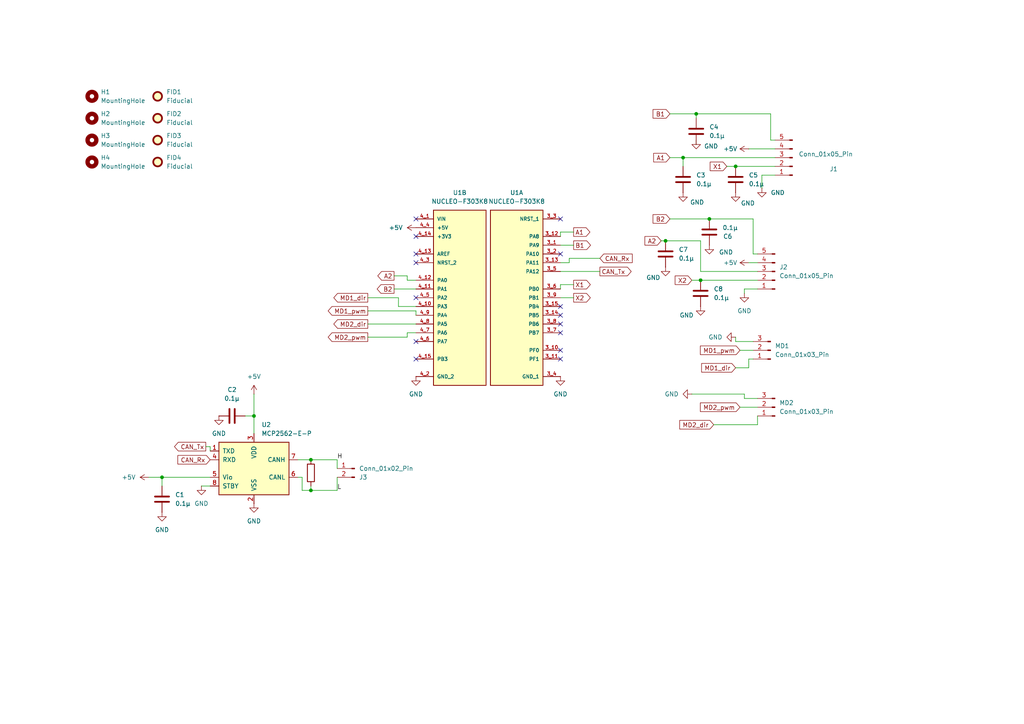
<source format=kicad_sch>
(kicad_sch (version 20231120) (generator "eeschema") (generator_version "8.0")
  (paper "A4")
  (lib_symbols
    (symbol "Connector:Conn_01x02_Pin" (pin_names (offset 1.016) hide)
      (property "Reference" "J" (at 0 2.54 0))
      (property "Value" "Conn_01x02_Pin" (at 0 -5.08 0))
      (symbol "Conn_01x02_Pin_1_1"
        (polyline (pts (xy 1.27 -2.54) (xy 0.8636 -2.54)) (stroke (width 0.1524)))
        (polyline (pts (xy 1.27 0) (xy 0.8636 0)) (stroke (width 0.1524)))
        (rectangle (start 0.8636 -2.413) (end 0 -2.667) (stroke (width 0.1524)) (fill (type outline)))
        (rectangle (start 0.8636 0.127) (end 0 -0.127) (stroke (width 0.1524)) (fill (type outline)))
        (pin passive line (at 5.08 0 180) (length 3.81) (name "Pin_1") (number "1"))
        (pin passive line (at 5.08 -2.54 180) (length 3.81) (name "Pin_2") (number "2"))
      )
    )
    (symbol "Connector:Conn_01x03_Pin" (pin_names (offset 1.016) hide)
      (property "Reference" "J" (at 0 5.08 0))
      (property "Value" "Conn_01x03_Pin" (at 0 -5.08 0))
      (symbol "Conn_01x03_Pin_1_1"
        (polyline (pts (xy 1.27 -2.54) (xy 0.8636 -2.54)) (stroke (width 0.1524)))
        (polyline (pts (xy 1.27 0) (xy 0.8636 0)) (stroke (width 0.1524)))
        (polyline (pts (xy 1.27 2.54) (xy 0.8636 2.54)) (stroke (width 0.1524)))
        (rectangle (start 0.8636 -2.413) (end 0 -2.667) (stroke (width 0.1524)) (fill (type outline)))
        (rectangle (start 0.8636 0.127) (end 0 -0.127) (stroke (width 0.1524)) (fill (type outline)))
        (rectangle (start 0.8636 2.667) (end 0 2.413) (stroke (width 0.1524)) (fill (type outline)))
        (pin passive line (at 5.08 2.54 180) (length 3.81) (name "Pin_1") (number "1"))
        (pin passive line (at 5.08 0 180) (length 3.81) (name "Pin_2") (number "2"))
        (pin passive line (at 5.08 -2.54 180) (length 3.81) (name "Pin_3") (number "3"))
      )
    )
    (symbol "Connector:Conn_01x05_Pin" (pin_names (offset 1.016) hide)
      (property "Reference" "J" (at 0 7.62 0))
      (property "Value" "Conn_01x05_Pin" (at 0 -7.62 0))
      (symbol "Conn_01x05_Pin_1_1"
        (polyline (pts (xy 1.27 -5.08) (xy 0.8636 -5.08)) (stroke (width 0.1524)))
        (polyline (pts (xy 1.27 -2.54) (xy 0.8636 -2.54)) (stroke (width 0.1524)))
        (polyline (pts (xy 1.27 0) (xy 0.8636 0)) (stroke (width 0.1524)))
        (polyline (pts (xy 1.27 2.54) (xy 0.8636 2.54)) (stroke (width 0.1524)))
        (polyline (pts (xy 1.27 5.08) (xy 0.8636 5.08)) (stroke (width 0.1524)))
        (rectangle (start 0.8636 -4.953) (end 0 -5.207) (stroke (width 0.1524)) (fill (type outline)))
        (rectangle (start 0.8636 -2.413) (end 0 -2.667) (stroke (width 0.1524)) (fill (type outline)))
        (rectangle (start 0.8636 0.127) (end 0 -0.127) (stroke (width 0.1524)) (fill (type outline)))
        (rectangle (start 0.8636 2.667) (end 0 2.413) (stroke (width 0.1524)) (fill (type outline)))
        (rectangle (start 0.8636 5.207) (end 0 4.953) (stroke (width 0.1524)) (fill (type outline)))
        (pin passive line (at 5.08 5.08 180) (length 3.81) (name "Pin_1") (number "1"))
        (pin passive line (at 5.08 2.54 180) (length 3.81) (name "Pin_2") (number "2"))
        (pin passive line (at 5.08 0 180) (length 3.81) (name "Pin_3") (number "3"))
        (pin passive line (at 5.08 -2.54 180) (length 3.81) (name "Pin_4") (number "4"))
        (pin passive line (at 5.08 -5.08 180) (length 3.81) (name "Pin_5") (number "5"))
      )
    )
    (symbol "Device:C" (pin_numbers hide) (pin_names (offset 0.254))
      (property "Reference" "C" (at 0.635 2.54 0))
      (property "Value" "C" (at 0.635 -2.54 0))
      (symbol "C_0_1"
        (polyline (pts (xy -2.032 -0.762) (xy 2.032 -0.762)) (stroke (width 0.508)))
        (polyline (pts (xy -2.032 0.762) (xy 2.032 0.762)) (stroke (width 0.508)))
      )
      (symbol "C_1_1"
        (pin passive line (at 0 3.81 270) (length 2.794) (name "~") (number "1"))
        (pin passive line (at 0 -3.81 90) (length 2.794) (name "~") (number "2"))
      )
    )
    (symbol "Device:R" (pin_numbers hide) (pin_names (offset 0))
      (property "Reference" "R" (at 2.032 0 90))
      (property "Value" "R" (at 0 0 90))
      (symbol "R_0_1"
        (rectangle (start -1.016 -2.54) (end 1.016 2.54) (stroke (width 0.254)))
      )
      (symbol "R_1_1"
        (pin passive line (at 0 3.81 270) (length 1.27) (name "~") (number "1"))
        (pin passive line (at 0 -3.81 90) (length 1.27) (name "~") (number "2"))
      )
    )
    (symbol "Interface_CAN_LIN:MCP2562-E-P" (pin_names (offset 1.016))
      (property "Reference" "U" (at -10.16 8.89 0))
      (property "Value" "MCP2562-E-P" (at 2.54 8.89 0))
      (symbol "MCP2562-E-P_0_1"
        (rectangle (start -10.16 7.62) (end 10.16 -7.62) (stroke (width 0.254)) (fill (type background)))
      )
      (symbol "MCP2562-E-P_1_1"
        (pin input line (at -12.7 5.08 0) (length 2.54) (name "TXD") (number "1"))
        (pin power_in line (at 0 -10.16 90) (length 2.54) (name "VSS") (number "2"))
        (pin power_in line (at 0 10.16 270) (length 2.54) (name "VDD") (number "3"))
        (pin output line (at -12.7 2.54 0) (length 2.54) (name "RXD") (number "4"))
        (pin power_in line (at -12.7 -2.54 0) (length 2.54) (name "Vio") (number "5"))
        (pin bidirectional line (at 12.7 -2.54 180) (length 2.54) (name "CANL") (number "6"))
        (pin bidirectional line (at 12.7 2.54 180) (length 2.54) (name "CANH") (number "7"))
        (pin input line (at -12.7 -5.08 0) (length 2.54) (name "STBY") (number "8"))
      )
    )
    (symbol "Mechanical:Fiducial"
      (property "Reference" "FID" (at 0 5.08 0))
      (property "Value" "Fiducial" (at 0 3.175 0))
      (symbol "Fiducial_0_1"
        (circle (center 0 0) (radius 1.27) (stroke (width 0.508)) (fill (type background)))
      )
    )
    (symbol "Mechanical:MountingHole" (pin_names (offset 1.016))
      (property "Reference" "H" (at 0 5.08 0))
      (property "Value" "MountingHole" (at 0 3.175 0))
      (symbol "MountingHole_0_1"
        (circle (center 0 0) (radius 1.27) (stroke (width 1.27)))
      )
    )
    (symbol "NUCLEO-F303K8:NUCLEO-F303K8" (pin_names (offset 1.016))
      (property "Reference" "U" (at -7.6292 25.9456 0))
      (property "Value" "NUCLEO-F303K8" (at -7.6233 -27.7005 0))
      (symbol "NUCLEO-F303K8_1_0"
        (rectangle (start -7.62 -25.4) (end 7.62 25.4) (stroke (width 0.254)) (fill (type background)))
        (pin bidirectional line (at 12.7 15.24 180) (length 5.08) (name "PA9") (number "3_1"))
        (pin bidirectional line (at 12.7 -15.24 180) (length 5.08) (name "PF0") (number "3_10"))
        (pin bidirectional line (at 12.7 -17.78 180) (length 5.08) (name "PF1") (number "3_11"))
        (pin bidirectional line (at 12.7 17.78 180) (length 5.08) (name "PA8") (number "3_12"))
        (pin bidirectional line (at 12.7 10.16 180) (length 5.08) (name "PA11") (number "3_13"))
        (pin bidirectional line (at 12.7 -5.08 180) (length 5.08) (name "PB5") (number "3_14"))
        (pin bidirectional line (at 12.7 -2.54 180) (length 5.08) (name "PB4") (number "3_15"))
        (pin bidirectional line (at 12.7 12.7 180) (length 5.08) (name "PA10") (number "3_2"))
        (pin bidirectional line (at 12.7 22.86 180) (length 5.08) (name "NRST_1") (number "3_3"))
        (pin power_in line (at 12.7 -22.86 180) (length 5.08) (name "GND_1") (number "3_4"))
        (pin bidirectional line (at 12.7 7.62 180) (length 5.08) (name "PA12") (number "3_5"))
        (pin bidirectional line (at 12.7 2.54 180) (length 5.08) (name "PB0") (number "3_6"))
        (pin bidirectional line (at 12.7 -10.16 180) (length 5.08) (name "PB7") (number "3_7"))
        (pin bidirectional line (at 12.7 -7.62 180) (length 5.08) (name "PB6") (number "3_8"))
        (pin bidirectional line (at 12.7 0 180) (length 5.08) (name "PB1") (number "3_9"))
      )
      (symbol "NUCLEO-F303K8_2_0"
        (rectangle (start -7.62 -25.4) (end 7.62 25.4) (stroke (width 0.254)) (fill (type background)))
        (pin power_in line (at 12.7 22.86 180) (length 5.08) (name "VIN") (number "4_1"))
        (pin bidirectional line (at 12.7 -2.54 180) (length 5.08) (name "PA3") (number "4_10"))
        (pin bidirectional line (at 12.7 2.54 180) (length 5.08) (name "PA1") (number "4_11"))
        (pin bidirectional line (at 12.7 5.08 180) (length 5.08) (name "PA0") (number "4_12"))
        (pin bidirectional line (at 12.7 12.7 180) (length 5.08) (name "AREF") (number "4_13"))
        (pin power_in line (at 12.7 17.78 180) (length 5.08) (name "+3V3") (number "4_14"))
        (pin bidirectional line (at 12.7 -17.78 180) (length 5.08) (name "PB3") (number "4_15"))
        (pin power_in line (at 12.7 -22.86 180) (length 5.08) (name "GND_2") (number "4_2"))
        (pin bidirectional line (at 12.7 10.16 180) (length 5.08) (name "NRST_2") (number "4_3"))
        (pin power_in line (at 12.7 20.32 180) (length 5.08) (name "+5V") (number "4_4"))
        (pin bidirectional line (at 12.7 0 180) (length 5.08) (name "PA2") (number "4_5"))
        (pin bidirectional line (at 12.7 -12.7 180) (length 5.08) (name "PA7") (number "4_6"))
        (pin bidirectional line (at 12.7 -10.16 180) (length 5.08) (name "PA6") (number "4_7"))
        (pin bidirectional line (at 12.7 -7.62 180) (length 5.08) (name "PA5") (number "4_8"))
        (pin bidirectional line (at 12.7 -5.08 180) (length 5.08) (name "PA4") (number "4_9"))
      )
    )
    (symbol "power:+5V" (power) (pin_numbers hide) (pin_names (offset 0) hide)
      (property "Value" "+5V" (at 0 3.556 0))
      (symbol "+5V_0_1"
        (polyline (pts (xy -0.762 1.27) (xy 0 2.54)))
        (polyline (pts (xy 0 0) (xy 0 2.54)))
        (polyline (pts (xy 0 2.54) (xy 0.762 1.27)))
      )
      (symbol "+5V_1_1"
        (pin power_in line (at 0 0 90) (length 0) (name "~") (number "1"))
      )
    )
    (symbol "power:GND" (power) (pin_numbers hide) (pin_names (offset 0) hide)
      (property "Value" "GND" (at 0 -3.81 0))
      (symbol "GND_0_1"
        (polyline (pts (xy 0 0) (xy 0 -1.27) (xy 1.27 -1.27) (xy 0 -2.54) (xy -1.27 -1.27) (xy 0 -1.27)))
      )
      (symbol "GND_1_1"
        (pin power_in line (at 0 0 270) (length 0) (name "~") (number "1"))
      )
    )
  )
  (junction (at 198.12 45.72))
  (junction (at 201.93 33.02))
  (junction (at 46.99 138.43))
  (junction (at 203.2 81.28))
  (junction (at 73.66 120.65))
  (junction (at 90.17 133.35))
  (junction (at 193.04 69.85))
  (junction (at 90.17 142.24))
  (junction (at 213.36 48.26))
  (junction (at 205.74 63.5))
  (no_connect (at 120.65 68.58))
  (no_connect (at 162.56 88.9))
  (no_connect (at 120.65 73.66))
  (no_connect (at 120.65 86.36))
  (no_connect (at 162.56 73.66))
  (no_connect (at 162.56 63.5))
  (no_connect (at 120.65 76.2))
  (no_connect (at 120.65 99.06))
  (no_connect (at 162.56 91.44))
  (no_connect (at 162.56 93.98))
  (no_connect (at 162.56 104.14))
  (no_connect (at 162.56 96.52))
  (no_connect (at 162.56 101.6))
  (no_connect (at 120.65 63.5))
  (no_connect (at 120.65 104.14))
  (wire (pts (xy 97.79 138.43) (xy 97.79 142.24)))
  (wire (pts (xy 46.99 138.43) (xy 60.96 138.43)))
  (wire (pts (xy 60.96 129.54) (xy 60.96 130.81)))
  (wire (pts (xy 200.66 81.28) (xy 203.2 81.28)))
  (wire (pts (xy 114.3 80.01) (xy 118.11 80.01)))
  (wire (pts (xy 106.68 93.98) (xy 120.65 93.98)))
  (wire (pts (xy 218.44 63.5) (xy 218.44 73.66)))
  (wire (pts (xy 106.68 86.36) (xy 115.57 86.36)))
  (wire (pts (xy 203.2 81.28) (xy 219.71 81.28)))
  (wire (pts (xy 207.01 123.19) (xy 219.71 123.19)))
  (wire (pts (xy 115.57 88.9) (xy 120.65 88.9)))
  (wire (pts (xy 173.99 74.93) (xy 165.1 74.93)))
  (wire (pts (xy 200.66 114.3) (xy 215.9 114.3)))
  (wire (pts (xy 162.56 67.31) (xy 162.56 68.58)))
  (wire (pts (xy 46.99 138.43) (xy 46.99 140.97)))
  (wire (pts (xy 215.9 115.57) (xy 219.71 115.57)))
  (wire (pts (xy 214.63 118.11) (xy 219.71 118.11)))
  (wire (pts (xy 201.93 33.02) (xy 223.52 33.02)))
  (wire (pts (xy 173.99 78.74) (xy 162.56 78.74)))
  (wire (pts (xy 118.11 81.28) (xy 120.65 81.28)))
  (wire (pts (xy 166.37 86.36) (xy 162.56 86.36)))
  (wire (pts (xy 118.11 97.79) (xy 118.11 96.52)))
  (wire (pts (xy 165.1 74.93) (xy 165.1 76.2)))
  (wire (pts (xy 191.77 69.85) (xy 193.04 69.85)))
  (wire (pts (xy 217.17 106.68) (xy 217.17 104.14)))
  (wire (pts (xy 193.04 69.85) (xy 203.2 69.85)))
  (wire (pts (xy 86.36 133.35) (xy 90.17 133.35)))
  (wire (pts (xy 194.31 33.02) (xy 201.93 33.02)))
  (wire (pts (xy 71.12 120.65) (xy 73.66 120.65)))
  (wire (pts (xy 213.36 97.79) (xy 213.36 99.06)))
  (wire (pts (xy 213.36 48.26) (xy 224.79 48.26)))
  (wire (pts (xy 97.79 135.89) (xy 97.79 133.35)))
  (wire (pts (xy 165.1 76.2) (xy 162.56 76.2)))
  (wire (pts (xy 205.74 63.5) (xy 218.44 63.5)))
  (wire (pts (xy 198.12 45.72) (xy 224.79 45.72)))
  (wire (pts (xy 215.9 83.82) (xy 219.71 83.82)))
  (wire (pts (xy 73.66 114.3) (xy 73.66 120.65)))
  (wire (pts (xy 90.17 140.97) (xy 90.17 142.24)))
  (wire (pts (xy 203.2 78.74) (xy 219.71 78.74)))
  (wire (pts (xy 162.56 82.55) (xy 162.56 83.82)))
  (wire (pts (xy 166.37 71.12) (xy 162.56 71.12)))
  (wire (pts (xy 59.69 129.54) (xy 60.96 129.54)))
  (wire (pts (xy 166.37 67.31) (xy 162.56 67.31)))
  (wire (pts (xy 87.63 138.43) (xy 86.36 138.43)))
  (wire (pts (xy 217.17 43.18) (xy 224.79 43.18)))
  (wire (pts (xy 214.63 101.6) (xy 218.44 101.6)))
  (wire (pts (xy 114.3 83.82) (xy 120.65 83.82)))
  (wire (pts (xy 220.98 50.8) (xy 224.79 50.8)))
  (wire (pts (xy 201.93 33.02) (xy 201.93 34.29)))
  (wire (pts (xy 194.31 45.72) (xy 198.12 45.72)))
  (wire (pts (xy 58.42 140.97) (xy 60.96 140.97)))
  (wire (pts (xy 43.18 138.43) (xy 46.99 138.43)))
  (wire (pts (xy 210.82 48.26) (xy 213.36 48.26)))
  (wire (pts (xy 220.98 54.61) (xy 220.98 50.8)))
  (wire (pts (xy 217.17 76.2) (xy 219.71 76.2)))
  (wire (pts (xy 118.11 80.01) (xy 118.11 81.28)))
  (wire (pts (xy 87.63 142.24) (xy 87.63 138.43)))
  (wire (pts (xy 223.52 33.02) (xy 223.52 40.64)))
  (wire (pts (xy 198.12 48.26) (xy 198.12 45.72)))
  (wire (pts (xy 118.11 96.52) (xy 120.65 96.52)))
  (wire (pts (xy 203.2 69.85) (xy 203.2 78.74)))
  (wire (pts (xy 194.31 63.5) (xy 205.74 63.5)))
  (wire (pts (xy 217.17 104.14) (xy 218.44 104.14)))
  (wire (pts (xy 219.71 123.19) (xy 219.71 120.65)))
  (wire (pts (xy 223.52 40.64) (xy 224.79 40.64)))
  (wire (pts (xy 106.68 97.79) (xy 118.11 97.79)))
  (wire (pts (xy 90.17 133.35) (xy 97.79 133.35)))
  (wire (pts (xy 215.9 85.09) (xy 215.9 83.82)))
  (wire (pts (xy 218.44 73.66) (xy 219.71 73.66)))
  (wire (pts (xy 90.17 142.24) (xy 97.79 142.24)))
  (wire (pts (xy 120.65 90.17) (xy 120.65 91.44)))
  (wire (pts (xy 73.66 120.65) (xy 73.66 125.73)))
  (wire (pts (xy 166.37 82.55) (xy 162.56 82.55)))
  (wire (pts (xy 213.36 99.06) (xy 218.44 99.06)))
  (wire (pts (xy 115.57 86.36) (xy 115.57 88.9)))
  (wire (pts (xy 106.68 90.17) (xy 120.65 90.17)))
  (wire (pts (xy 87.63 142.24) (xy 90.17 142.24)))
  (wire (pts (xy 215.9 114.3) (xy 215.9 115.57)))
  (wire (pts (xy 201.93 40.64) (xy 201.93 41.91)))
  (wire (pts (xy 213.36 106.68) (xy 217.17 106.68)))
  (label "L" (at 97.79 142.24 0))
  (label "H" (at 97.79 133.35 0))
  (global_label "B2" (shape input) (at 194.31 63.5 180) (property "Intersheetrefs" "${INTERSHEET_REFS}" (effects (hide yes))))
  (global_label "MD2_pwm" (shape output) (at 106.68 97.79 180) (property "Intersheetrefs" "${INTERSHEET_REFS}" (effects (hide yes))))
  (global_label "X1" (shape output) (at 166.37 82.55 0) (property "Intersheetrefs" "${INTERSHEET_REFS}" (effects (hide yes))))
  (global_label "A1" (shape output) (at 166.37 67.31 0) (property "Intersheetrefs" "${INTERSHEET_REFS}" (effects (hide yes))))
  (global_label "CAN_Tx" (shape output) (at 59.69 129.54 180) (property "Intersheetrefs" "${INTERSHEET_REFS}" (effects (hide yes))))
  (global_label "MD2_dir" (shape input) (at 207.01 123.19 180) (property "Intersheetrefs" "${INTERSHEET_REFS}" (effects (hide yes))))
  (global_label "B2" (shape output) (at 114.3 83.82 180) (property "Intersheetrefs" "${INTERSHEET_REFS}" (effects (hide yes))))
  (global_label "MD1_dir" (shape input) (at 213.36 106.68 180) (property "Intersheetrefs" "${INTERSHEET_REFS}" (effects (hide yes))))
  (global_label "X1" (shape input) (at 210.82 48.26 180) (property "Intersheetrefs" "${INTERSHEET_REFS}" (effects (hide yes))))
  (global_label "A2" (shape output) (at 114.3 80.01 180) (property "Intersheetrefs" "${INTERSHEET_REFS}" (effects (hide yes))))
  (global_label "MD2_pwm" (shape input) (at 214.63 118.11 180) (property "Intersheetrefs" "${INTERSHEET_REFS}" (effects (hide yes))))
  (global_label "B1" (shape input) (at 194.31 33.02 180) (property "Intersheetrefs" "${INTERSHEET_REFS}" (effects (hide yes))))
  (global_label "MD1_dir" (shape output) (at 106.68 86.36 180) (property "Intersheetrefs" "${INTERSHEET_REFS}" (effects (hide yes))))
  (global_label "B1" (shape output) (at 166.37 71.12 0) (property "Intersheetrefs" "${INTERSHEET_REFS}" (effects (hide yes))))
  (global_label "CAN_Rx" (shape input) (at 60.96 133.35 180) (property "Intersheetrefs" "${INTERSHEET_REFS}" (effects (hide yes))))
  (global_label "MD2_dir" (shape output) (at 106.68 93.98 180) (property "Intersheetrefs" "${INTERSHEET_REFS}" (effects (hide yes))))
  (global_label "X2" (shape input) (at 200.66 81.28 180) (property "Intersheetrefs" "${INTERSHEET_REFS}" (effects (hide yes))))
  (global_label "MD1_pwm" (shape output) (at 106.68 90.17 180) (property "Intersheetrefs" "${INTERSHEET_REFS}" (effects (hide yes))))
  (global_label "MD1_pwm" (shape input) (at 214.63 101.6 180) (property "Intersheetrefs" "${INTERSHEET_REFS}" (effects (hide yes))))
  (global_label "CAN_Tx" (shape output) (at 173.99 78.74 0) (property "Intersheetrefs" "${INTERSHEET_REFS}" (effects (hide yes))))
  (global_label "CAN_Rx" (shape input) (at 173.99 74.93 0) (property "Intersheetrefs" "${INTERSHEET_REFS}" (effects (hide yes))))
  (global_label "A2" (shape input) (at 191.77 69.85 180) (property "Intersheetrefs" "${INTERSHEET_REFS}" (effects (hide yes))))
  (global_label "X2" (shape output) (at 166.37 86.36 0) (property "Intersheetrefs" "${INTERSHEET_REFS}" (effects (hide yes))))
  (global_label "A1" (shape input) (at 194.31 45.72 180) (property "Intersheetrefs" "${INTERSHEET_REFS}" (effects (hide yes))))
  (symbol (lib_id "Mechanical:Fiducial") (at 45.72 27.94 0) (unit 1)
    (property "Reference" "FID1" (at 48.26 26.6699 0) (effects (justify left)))
    (property "Value" "Fiducial" (at 48.26 29.2099 0) (effects (justify left)))
    (property "Footprint" "Fiducial:Fiducial_0.5mm_Mask1.5mm" (effects (hide yes)))
    (property "Description" "Fiducial Marker" (effects (hide yes)))
  )
  (symbol (lib_id "Device:C") (at 46.99 144.78 180) (unit 1)
    (property "Reference" "C1" (at 50.8 143.5099 0) (effects (justify right)))
    (property "Value" "0.1μ" (at 50.8 146.0499 0) (effects (justify right)))
    (property "Footprint" "Capacitor_THT:C_Disc_D3.0mm_W2.0mm_P2.50mm" (effects (hide yes)))
    (property "Description" "Unpolarized capacitor" (effects (hide yes)))
  )
  (symbol (lib_id "Mechanical:MountingHole") (at 26.67 34.29 0) (unit 1)
    (property "Reference" "H2" (at 29.21 33.0199 0) (effects (justify left)))
    (property "Value" "MountingHole" (at 29.21 35.5599 0) (effects (justify left)))
    (property "Footprint" "MountingHole:MountingHole_2.1mm" (effects (hide yes)))
    (property "Description" "Mounting Hole without connection" (effects (hide yes)))
  )
  (symbol (lib_id "power:GND") (at 213.36 97.79 270) (unit 1)
    (property "Reference" "#PWR07" (effects (hide yes)))
    (property "Value" "GND" (at 209.55 97.7899 90) (effects (justify right)))
    (property "Description" "Power symbol creates a global label with name \"GND\" , ground" (effects (hide yes)))
  )
  (symbol (lib_id "Device:R") (at 90.17 137.16 0) (unit 1)
    (property "Reference" "R1" (effects (hide yes)))
    (property "Value" "120" (effects (hide yes)))
    (property "Footprint" "Resistor_THT:R_Axial_DIN0207_L6.3mm_D2.5mm_P10.16mm_Horizontal" (effects (hide yes)))
    (property "Description" "Resistor" (effects (hide yes)))
  )
  (symbol (lib_id "power:GND") (at 203.2 88.9 0) (unit 1)
    (property "Reference" "#PWR020" (effects (hide yes)))
    (property "Value" "GND" (at 199.136 91.44 0))
    (property "Description" "Power symbol creates a global label with name \"GND\" , ground" (effects (hide yes)))
  )
  (symbol (lib_id "power:+5V") (at 217.17 43.18 90) (unit 1)
    (property "Reference" "#PWR03" (effects (hide yes)))
    (property "Value" "+5V" (at 213.868 43.18 90) (effects (justify left)))
    (property "Description" "Power symbol creates a global label with name \"+5V\"" (effects (hide yes)))
  )
  (symbol (lib_id "power:GND") (at 58.42 140.97 0) (unit 1)
    (property "Reference" "#PWR012" (effects (hide yes)))
    (property "Value" "GND" (at 58.42 146.05 0))
    (property "Description" "Power symbol creates a global label with name \"GND\" , ground" (effects (hide yes)))
  )
  (symbol (lib_id "power:+5V") (at 43.18 138.43 90) (unit 1)
    (property "Reference" "#PWR010" (effects (hide yes)))
    (property "Value" "+5V" (at 39.37 138.4299 90) (effects (justify left)))
    (property "Description" "Power symbol creates a global label with name \"+5V\"" (effects (hide yes)))
  )
  (symbol (lib_id "Device:C") (at 201.93 38.1 0) (unit 1)
    (property "Reference" "C4" (at 205.74 36.8299 0) (effects (justify left)))
    (property "Value" "0.1μ" (at 205.74 39.3699 0) (effects (justify left)))
    (property "Footprint" "Capacitor_THT:C_Disc_D3.0mm_W2.0mm_P2.50mm" (effects (hide yes)))
    (property "Description" "Unpolarized capacitor" (effects (hide yes)))
  )
  (symbol (lib_id "Mechanical:Fiducial") (at 45.72 40.64 0) (unit 1)
    (property "Reference" "FID3" (at 48.26 39.3699 0) (effects (justify left)))
    (property "Value" "Fiducial" (at 48.26 41.9099 0) (effects (justify left)))
    (property "Footprint" "Fiducial:Fiducial_0.5mm_Mask1.5mm" (effects (hide yes)))
    (property "Description" "Fiducial Marker" (effects (hide yes)))
  )
  (symbol (lib_id "power:GND") (at 205.74 71.12 0) (unit 1)
    (property "Reference" "#PWR021" (effects (hide yes)))
    (property "Value" "GND" (at 210.566 73.152 0))
    (property "Description" "Power symbol creates a global label with name \"GND\" , ground" (effects (hide yes)))
  )
  (symbol (lib_id "power:GND") (at 198.12 55.88 0) (unit 1)
    (property "Reference" "#PWR017" (effects (hide yes)))
    (property "Value" "GND" (at 202.184 58.674 0))
    (property "Description" "Power symbol creates a global label with name \"GND\" , ground" (effects (hide yes)))
  )
  (symbol (lib_id "Connector:Conn_01x03_Pin") (at 223.52 101.6 180) (unit 1)
    (property "Reference" "MD1" (at 224.79 100.3299 0) (effects (justify right)))
    (property "Value" "Conn_01x03_Pin" (at 224.79 102.8699 0) (effects (justify right)))
    (property "Footprint" "Connector_JST:JST_XA_S03B-XASK-1N-BN_1x03_P2.50mm_Horizontal" (effects (hide yes)))
    (property "Description" "Generic connector, single row, 01x03, script generated" (effects (hide yes)))
  )
  (symbol (lib_id "power:GND") (at 73.66 146.05 0) (unit 1)
    (property "Reference" "#PWR015" (effects (hide yes)))
    (property "Value" "GND" (at 73.66 151.13 0))
    (property "Description" "Power symbol creates a global label with name \"GND\" , ground" (effects (hide yes)))
  )
  (symbol (lib_id "Connector:Conn_01x05_Pin") (at 224.79 78.74 180) (unit 1)
    (property "Reference" "J2" (at 226.06 77.4699 0) (effects (justify right)))
    (property "Value" "Conn_01x05_Pin" (at 226.06 80.0099 0) (effects (justify right)))
    (property "Footprint" "Connector_JST:JST_XA_S05B-XASK-1N-BN_1x05_P2.50mm_Horizontal" (effects (hide yes)))
    (property "Description" "Generic connector, single row, 01x05, script generated" (effects (hide yes)))
  )
  (symbol (lib_id "Mechanical:Fiducial") (at 45.72 46.99 0) (unit 1)
    (property "Reference" "FID4" (at 48.26 45.7199 0) (effects (justify left)))
    (property "Value" "Fiducial" (at 48.26 48.2599 0) (effects (justify left)))
    (property "Footprint" "Fiducial:Fiducial_0.5mm_Mask1.5mm" (effects (hide yes)))
    (property "Description" "Fiducial Marker" (effects (hide yes)))
  )
  (symbol (lib_id "Connector:Conn_01x03_Pin") (at 224.79 118.11 180) (unit 1)
    (property "Reference" "MD2" (at 226.06 116.8399 0) (effects (justify right)))
    (property "Value" "Conn_01x03_Pin" (at 226.06 119.3799 0) (effects (justify right)))
    (property "Footprint" "Connector_JST:JST_XA_S03B-XASK-1N-BN_1x03_P2.50mm_Horizontal" (effects (hide yes)))
    (property "Description" "Generic connector, single row, 01x03, script generated" (effects (hide yes)))
  )
  (symbol (lib_id "Connector:Conn_01x02_Pin") (at 102.87 135.89 0) (mirror y) (unit 1)
    (property "Reference" "J3" (at 104.14 138.4301 0) (effects (justify right)))
    (property "Value" "Conn_01x02_Pin" (at 104.14 135.8901 0) (effects (justify right)))
    (property "Footprint" "Connector_JST:JST_XH_B2B-XH-A_1x02_P2.50mm_Vertical" (effects (hide yes)))
    (property "Description" "Generic connector, single row, 01x02, script generated" (effects (hide yes)))
  )
  (symbol (lib_id "Device:C") (at 67.31 120.65 90) (unit 1)
    (property "Reference" "C2" (at 67.31 113.03 90))
    (property "Value" "0.1μ" (at 67.31 115.57 90))
    (property "Footprint" "Capacitor_THT:C_Disc_D3.0mm_W2.0mm_P2.50mm" (effects (hide yes)))
    (property "Description" "Unpolarized capacitor" (effects (hide yes)))
  )
  (symbol (lib_id "Device:C") (at 213.36 52.07 0) (unit 1)
    (property "Reference" "C5" (at 217.17 50.7999 0) (effects (justify left)))
    (property "Value" "0.1μ" (at 217.17 53.3399 0) (effects (justify left)))
    (property "Footprint" "Capacitor_THT:C_Disc_D3.0mm_W2.0mm_P2.50mm" (effects (hide yes)))
    (property "Description" "Unpolarized capacitor" (effects (hide yes)))
  )
  (symbol (lib_id "Mechanical:MountingHole") (at 26.67 46.99 0) (unit 1)
    (property "Reference" "H4" (at 29.21 45.7199 0) (effects (justify left)))
    (property "Value" "MountingHole" (at 29.21 48.2599 0) (effects (justify left)))
    (property "Footprint" "MountingHole:MountingHole_2.1mm" (effects (hide yes)))
    (property "Description" "Mounting Hole without connection" (effects (hide yes)))
  )
  (symbol (lib_id "power:GND") (at 63.5 120.65 0) (unit 1)
    (property "Reference" "#PWR013" (effects (hide yes)))
    (property "Value" "GND" (at 63.5 125.73 0))
    (property "Description" "Power symbol creates a global label with name \"GND\" , ground" (effects (hide yes)))
  )
  (symbol (lib_id "power:GND") (at 162.56 109.22 0) (unit 1)
    (property "Reference" "#PWR05" (effects (hide yes)))
    (property "Value" "GND" (at 162.56 114.3 0))
    (property "Description" "Power symbol creates a global label with name \"GND\" , ground" (effects (hide yes)))
  )
  (symbol (lib_id "power:GND") (at 193.04 77.47 0) (unit 1)
    (property "Reference" "#PWR019" (effects (hide yes)))
    (property "Value" "GND" (at 189.484 80.518 0))
    (property "Description" "Power symbol creates a global label with name \"GND\" , ground" (effects (hide yes)))
  )
  (symbol (lib_id "Device:C") (at 205.74 67.31 180) (unit 1)
    (property "Reference" "C6" (at 211.074 68.58 0))
    (property "Value" "0.1μ" (at 211.836 66.04 0))
    (property "Footprint" "Capacitor_THT:C_Disc_D3.0mm_W2.0mm_P2.50mm" (effects (hide yes)))
    (property "Description" "Unpolarized capacitor" (effects (hide yes)))
  )
  (symbol (lib_id "Device:C") (at 198.12 52.07 0) (unit 1)
    (property "Reference" "C3" (at 201.93 50.7999 0) (effects (justify left)))
    (property "Value" "0.1μ" (at 201.93 53.3399 0) (effects (justify left)))
    (property "Footprint" "Capacitor_THT:C_Disc_D3.0mm_W2.0mm_P2.50mm" (effects (hide yes)))
    (property "Description" "Unpolarized capacitor" (effects (hide yes)))
  )
  (symbol (lib_id "NUCLEO-F303K8:NUCLEO-F303K8") (at 149.86 86.36 0) (unit 1)
    (property "Reference" "U1" (at 149.86 55.88 0))
    (property "Value" "NUCLEO-F303K8" (at 149.86 58.42 0))
    (property "Footprint" "NUCLEO-F303K8:MODULE_NUCLEO-F303K8" (effects (hide yes)))
    (property "MF" "STMicroelectronics" (effects (hide yes)))
    (property "MAXIMUM_PACKAGE_HEIGHT" "N/A" (effects (hide yes)))
    (property "Package" "None" (effects (hide yes)))
    (property "Price" "None" (effects (hide yes)))
    (property "Check_prices" "https://www.snapeda.com/parts/NUCLEO-F303K8/STMicroelectronics/view-part/?ref=eda" (effects (hide yes)))
    (property "STANDARD" "Manufacturer Recommendations" (effects (hide yes)))
    (property "PARTREV" "5" (effects (hide yes)))
    (property "SnapEDA_Link" "https://www.snapeda.com/parts/NUCLEO-F303K8/STMicroelectronics/view-part/?ref=snap" (effects (hide yes)))
    (property "MP" "NUCLEO-F303K8" (effects (hide yes)))
    (property "Purchase-URL" "https://www.snapeda.com/api/url_track_click_mouser/?unipart_id=276791&manufacturer=STMicroelectronics&part_name=NUCLEO-F303K8&search_term=None" (effects (hide yes)))
    (property "Description_1" "\nSTM32F303K8, mbed-Enabled Development Nucleo-32 STM32F3 ARM® Cortex®-M4 MCU 32-Bit Embedded Evaluation Board\n" (effects (hide yes)))
    (property "SNAPEDA_PN" "NUCLEO-F303K8" (effects (hide yes)))
    (property "Availability" "In Stock" (effects (hide yes)))
    (property "MANUFACTURER" "STMicroelectronics" (effects (hide yes)))
  )
  (symbol (lib_id "power:GND") (at 120.65 109.22 0) (unit 1)
    (property "Reference" "#PWR06" (effects (hide yes)))
    (property "Value" "GND" (at 120.65 114.3 0))
    (property "Description" "Power symbol creates a global label with name \"GND\" , ground" (effects (hide yes)))
  )
  (symbol (lib_id "power:GND") (at 215.9 85.09 0) (unit 1)
    (property "Reference" "#PWR08" (effects (hide yes)))
    (property "Value" "GND" (at 213.868 90.17 0) (effects (justify left)))
    (property "Description" "Power symbol creates a global label with name \"GND\" , ground" (effects (hide yes)))
  )
  (symbol (lib_id "NUCLEO-F303K8:NUCLEO-F303K8") (at 133.35 86.36 0) (mirror y) (unit 2)
    (property "Reference" "U1" (at 133.35 55.88 0))
    (property "Value" "NUCLEO-F303K8" (at 133.35 58.42 0))
    (property "Footprint" "NUCLEO-F303K8:MODULE_NUCLEO-F303K8" (effects (hide yes)))
    (property "MF" "STMicroelectronics" (effects (hide yes)))
    (property "MAXIMUM_PACKAGE_HEIGHT" "N/A" (effects (hide yes)))
    (property "Package" "None" (effects (hide yes)))
    (property "Price" "None" (effects (hide yes)))
    (property "Check_prices" "https://www.snapeda.com/parts/NUCLEO-F303K8/STMicroelectronics/view-part/?ref=eda" (effects (hide yes)))
    (property "STANDARD" "Manufacturer Recommendations" (effects (hide yes)))
    (property "PARTREV" "5" (effects (hide yes)))
    (property "SnapEDA_Link" "https://www.snapeda.com/parts/NUCLEO-F303K8/STMicroelectronics/view-part/?ref=snap" (effects (hide yes)))
    (property "MP" "NUCLEO-F303K8" (effects (hide yes)))
    (property "Purchase-URL" "https://www.snapeda.com/api/url_track_click_mouser/?unipart_id=276791&manufacturer=STMicroelectronics&part_name=NUCLEO-F303K8&search_term=None" (effects (hide yes)))
    (property "Description_1" "\nSTM32F303K8, mbed-Enabled Development Nucleo-32 STM32F3 ARM® Cortex®-M4 MCU 32-Bit Embedded Evaluation Board\n" (effects (hide yes)))
    (property "SNAPEDA_PN" "NUCLEO-F303K8" (effects (hide yes)))
    (property "Availability" "In Stock" (effects (hide yes)))
    (property "MANUFACTURER" "STMicroelectronics" (effects (hide yes)))
  )
  (symbol (lib_id "Device:C") (at 193.04 73.66 0) (unit 1)
    (property "Reference" "C7" (at 196.85 72.3899 0) (effects (justify left)))
    (property "Value" "0.1μ" (at 196.85 74.9299 0) (effects (justify left)))
    (property "Footprint" "Capacitor_THT:C_Disc_D3.0mm_W2.0mm_P2.50mm" (effects (hide yes)))
    (property "Description" "Unpolarized capacitor" (effects (hide yes)))
  )
  (symbol (lib_id "power:GND") (at 213.36 55.88 0) (unit 1)
    (property "Reference" "#PWR018" (effects (hide yes)))
    (property "Value" "GND" (at 216.916 58.928 0))
    (property "Description" "Power symbol creates a global label with name \"GND\" , ground" (effects (hide yes)))
  )
  (symbol (lib_id "power:GND") (at 220.98 54.61 0) (unit 1)
    (property "Reference" "#PWR04" (effects (hide yes)))
    (property "Value" "GND" (at 223.52 55.8799 0) (effects (justify left)))
    (property "Description" "Power symbol creates a global label with name \"GND\" , ground" (effects (hide yes)))
  )
  (symbol (lib_id "Mechanical:Fiducial") (at 45.72 34.29 0) (unit 1)
    (property "Reference" "FID2" (at 48.26 33.0199 0) (effects (justify left)))
    (property "Value" "Fiducial" (at 48.26 35.5599 0) (effects (justify left)))
    (property "Footprint" "Fiducial:Fiducial_0.5mm_Mask1.5mm" (effects (hide yes)))
    (property "Description" "Fiducial Marker" (effects (hide yes)))
  )
  (symbol (lib_id "power:GND") (at 46.99 148.59 0) (unit 1)
    (property "Reference" "#PWR011" (effects (hide yes)))
    (property "Value" "GND" (at 46.99 153.67 0))
    (property "Description" "Power symbol creates a global label with name \"GND\" , ground" (effects (hide yes)))
  )
  (symbol (lib_id "Device:C") (at 203.2 85.09 0) (unit 1)
    (property "Reference" "C8" (at 207.01 83.8199 0) (effects (justify left)))
    (property "Value" "0.1μ" (at 207.01 86.3599 0) (effects (justify left)))
    (property "Footprint" "Capacitor_THT:C_Disc_D3.0mm_W2.0mm_P2.50mm" (effects (hide yes)))
    (property "Description" "Unpolarized capacitor" (effects (hide yes)))
  )
  (symbol (lib_id "Interface_CAN_LIN:MCP2562-E-P") (at 73.66 135.89 0) (unit 1)
    (property "Reference" "U2" (at 75.8541 123.19 0) (effects (justify left)))
    (property "Value" "MCP2562-E-P" (at 75.8541 125.73 0) (effects (justify left)))
    (property "Footprint" "Package_DIP:DIP-8_W7.62mm" (effects (hide yes)))
    (property "Datasheet" "http://ww1.microchip.com/downloads/en/DeviceDoc/25167A.pdf" (effects (hide yes)))
    (property "Description" "High-Speed CAN Transceiver, 1Mbps, 5V supply, Vio pin, -40C to +125C, DIP-8" (effects (hide yes)))
  )
  (symbol (lib_id "Mechanical:MountingHole") (at 26.67 27.94 0) (unit 1)
    (property "Reference" "H1" (at 29.21 26.6699 0) (effects (justify left)))
    (property "Value" "MountingHole" (at 29.21 29.2099 0) (effects (justify left)))
    (property "Footprint" "MountingHole:MountingHole_2.1mm" (effects (hide yes)))
    (property "Description" "Mounting Hole without connection" (effects (hide yes)))
  )
  (symbol (lib_id "power:+5V") (at 120.65 66.04 90) (unit 1)
    (property "Reference" "#PWR02" (effects (hide yes)))
    (property "Value" "+5V" (at 116.84 66.0399 90) (effects (justify left)))
    (property "Description" "Power symbol creates a global label with name \"+5V\"" (effects (hide yes)))
  )
  (symbol (lib_id "power:+5V") (at 73.66 114.3 0) (unit 1)
    (property "Reference" "#PWR014" (effects (hide yes)))
    (property "Value" "+5V" (at 73.66 109.22 0))
    (property "Description" "Power symbol creates a global label with name \"+5V\"" (effects (hide yes)))
  )
  (symbol (lib_id "power:+5V") (at 217.17 76.2 90) (unit 1)
    (property "Reference" "#PWR09" (effects (hide yes)))
    (property "Value" "+5V" (at 213.868 76.2 90) (effects (justify left)))
    (property "Description" "Power symbol creates a global label with name \"+5V\"" (effects (hide yes)))
  )
  (symbol (lib_id "Mechanical:MountingHole") (at 26.67 40.64 0) (unit 1)
    (property "Reference" "H3" (at 29.21 39.3699 0) (effects (justify left)))
    (property "Value" "MountingHole" (at 29.21 41.9099 0) (effects (justify left)))
    (property "Footprint" "MountingHole:MountingHole_2.1mm" (effects (hide yes)))
    (property "Description" "Mounting Hole without connection" (effects (hide yes)))
  )
  (symbol (lib_id "Connector:Conn_01x05_Pin") (at 229.87 45.72 180) (unit 1)
    (property "Reference" "J1" (at 241.808 49.022 0))
    (property "Value" "Conn_01x05_Pin" (at 239.522 44.704 0))
    (property "Footprint" "Connector_JST:JST_XA_S05B-XASK-1N-BN_1x05_P2.50mm_Horizontal" (effects (hide yes)))
    (property "Description" "Generic connector, single row, 01x05, script generated" (effects (hide yes)))
  )
  (symbol (lib_id "power:GND") (at 201.93 40.64 0) (unit 1)
    (property "Reference" "#PWR016" (effects (hide yes)))
    (property "Value" "GND" (at 206.248 42.418 0))
    (property "Description" "Power symbol creates a global label with name \"GND\" , ground" (effects (hide yes)))
  )
  (symbol (lib_id "power:GND") (at 200.66 114.3 270) (unit 1)
    (property "Reference" "#PWR01" (effects (hide yes)))
    (property "Value" "GND" (at 196.85 114.2999 90) (effects (justify right)))
    (property "Description" "Power symbol creates a global label with name \"GND\" , ground" (effects (hide yes)))
  )
)
</source>
